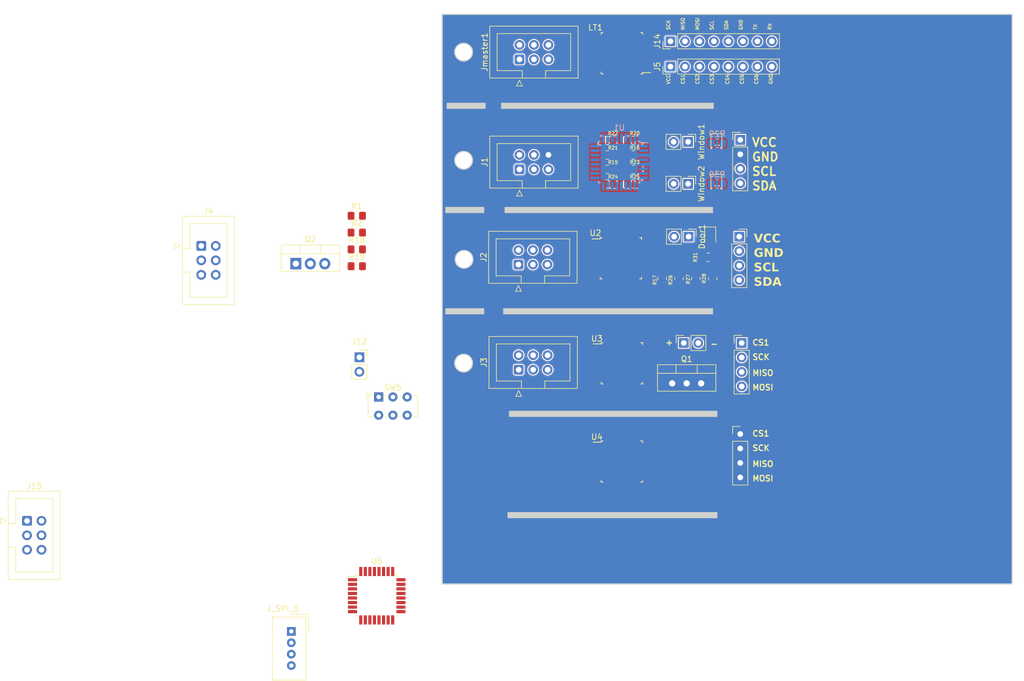
<source format=kicad_pcb>
(kicad_pcb (version 20221018) (generator pcbnew)
  (layers (0 "F.Cu" signal) (1 "In1.Cu" signal) (2 "In2.Cu" signal) (31 "B.Cu" signal) (34 "B.Paste" user) (35 "F.Paste" user) (36 "B.SilkS" user "B.Silkscreen") (37 "F.SilkS" user "F.Silkscreen") (38 "B.Mask" user) (39 "F.Mask" user) (44 "Edge.Cuts" user))
  (net 0 "")
  (net 1 "Net-(Door1-Pin_1)")
  (net 2 "U2_VCC")
  (net 3 "Net-(J1-MISO)")
  (net 4 "U1_VCC")
  (net 5 "Net-(J1-SCK)")
  (net 6 "Net-(J1-MOSI)")
  (net 7 "U1_RESET")
  (net 8 "U1_GND")
  (net 9 "Net-(J2-MISO)")
  (net 10 "Net-(J2-SCK)")
  (net 11 "Net-(J2-MOSI)")
  (net 12 "U2_RESET")
  (net 13 "U2_GND")
  (net 14 "U3_SPI_MISO")
  (net 15 "+5V")
  (net 16 "U3_SPI_SCK")
  (net 17 "U3_SPI_MOSI")
  (net 18 "U3_RESET")
  (net 19 "GND")
  (net 20 "U5_SPI_MISO")
  (net 21 "U5_SPI_SCK")
  (net 22 "U5_SPI_MOSI")
  (net 23 "U5_RESET")
  (net 24 "U4_SPI_MISO")
  (net 25 "U4_SPI_SCK")
  (net 26 "U4_SPI_MOSI")
  (net 27 "U4_RESET")
  (net 28 "LT_SPI_MISO")
  (net 29 "LT_SPI_SCK")
  (net 30 "LT_SPI_MOSI")
  (net 31 "LT_RESET")
  (net 32 "U3_CS1")
  (net 33 "U4_CS2")
  (net 34 "U5_CS3")
  (net 35 "U1_i2c_SCL")
  (net 36 "U1_i2c_SDA")
  (net 37 "U2_i2c_SCL")
  (net 38 "U2_i2c_SDA")
  (net 39 "CS2")
  (net 40 "CS3")
  (net 41 "LT_GND")
  (net 42 "LT_VCC")
  (net 45 "CS4")
  (net 46 "CS5")
  (net 47 "CS6")
  (net 59 "LT_i2c_SDA")
  (net 60 "LT_i2c_SCL")
  (net 61 "LT_UART_RX")
  (net 62 "LT_UART_TX")
  (net 63 "CS1")
  (net 64 "Net-(Window1-Pin_1)")
  (net 65 "Net-(Window2-Pin_1)")
  (net 66 "Net-(U2-PD7)")
  (net 67 "Net-(R17-Pad2)")
  (net 68 "Net-(R20-Pad1)")
  (net 69 "Net-(U1-PD7)")
  (net 70 "Net-(U1-PD6)")
  (net 71 "Net-(R23-Pad2)")
  (net 77 "Net-(U1-PB0)")
  (net 78 "Net-(U1-PB1)")
  (net 97 "Net-(door_1-A)")
  (net 120 "Net-(SW5-B)")
  (net 130 "GPIO_Lumiere")
  (net 143 "Net-(SW6-B)")
  (net 153 "GPIO_Moteur")
  (net 159 "Net-(U5-GND-Pad3)")
  (net 167 "Net-(SW7-B)")
  (net 171 "Clavier_latchPin")
  (net 172 "Clavier_clockPin")
  (net 173 "Clavier_dataPin")
  (net 174 "Net-(BZ1--)")
  (net 180 "Net-(Window_1-A)")
  (net 181 "Net-(Window_2-A)")
  (net 182 "Net-(U2-PB0)")
  (net 183 "Net-(J11-Pin_2)")
  (net 184 "U4_VCC")
  (net 185 "U3_VCC")
  (net 186 "Net-(J12-Pin_2)")
  (net 187 "Net-(Q1-G)")
  (net 188 "U4_GND")
  (net 189 "Net-(Q2-G)")
  (net 190 "U3_GND")
  (net 192 "U5_VCC")
  (net 193 "U5_GND")
  (footprint "Resistor_SMD:R_0805_2012Metric_Pad1.20x1.40mm_HandSolder" (layer "F.Cu") (at 78.79 75.996)
    (fp_text reference "R1" (at 0 -1.65) (layer "F.SilkS"))
    (fp_text value "200R")
    (pad "1" smd roundrect (at -1 0) (size 1.2 1.4) (layers "F.Cu" "F.Paste" "F.Mask") (roundrect_rratio 0.208333) (net 188 "U4_GND"))
    (pad "2" smd roundrect (at 1 0) (size 1.2 1.4) (layers "F.Cu" "F.Paste" "F.Mask") (roundrect_rratio 0.208333) (net 187 "Net-(Q1-G)"))
  )
  (footprint "Connector_PinHeader_2.54mm:PinHeader_1x02_P2.54mm_Vertical" (layer "F.Cu") (at 136.906 63.018 -90)
    (fp_text reference "Window1" (at 0 -2.33 -90) (layer "F.SilkS"))
    (fp_text value "Conn_01x02_Socket")
    (pad "1" thru_hole rect (at 0 0 270) (size 1.7 1.7) (drill 1) (layers "*.Cu" "*.Mask") (net 64 "Net-(Window1-Pin_1)"))
    (pad "2" thru_hole oval (at 0 2.54 270) (size 1.7 1.7) (drill 1) (layers "*.Cu" "*.Mask") (net 4 "U1_VCC"))
  )
  (footprint "Connector_PinHeader_2.54mm:PinHeader_1x08_P2.54mm_Vertical" (layer "F.Cu") (at 133.814 45.365 90)
    (fp_text reference "J14" (at 0 -2.33 90) (layer "F.SilkS"))
    (fp_text value "Conn_01x08_Socket" hide)
    (pad "1" thru_hole rect (at 0 0 90) (size 1.7 1.7) (drill 1) (layers "*.Cu" "*.Mask") (net 29 "LT_SPI_SCK"))
    (pad "2" thru_hole oval (at 0 2.54 90) (size 1.7 1.7) (drill 1) (layers "*.Cu" "*.Mask") (net 28 "LT_SPI_MISO"))
    (pad "3" thru_hole oval (at 0 5.08 90) (size 1.7 1.7) (drill 1) (layers "*.Cu" "*.Mask") (net 30 "LT_SPI_MOSI"))
    (pad "4" thru_hole oval (at 0 7.62 90) (size 1.7 1.7) (drill 1) (layers "*.Cu" "*.Mask") (net 60 "LT_i2c_SCL"))
    (pad "5" thru_hole oval (at 0 10.16 90) (size 1.7 1.7) (drill 1) (layers "*.Cu" "*.Mask") (net 59 "LT_i2c_SDA"))
    (pad "6" thru_hole oval (at 0 12.7 90) (size 1.7 1.7) (drill 1) (layers "*.Cu" "*.Mask") (net 41 "LT_GND"))
    (pad "7" thru_hole oval (at 0 15.24 90) (size 1.7 1.7) (drill 1) (layers "*.Cu" "*.Mask") (net 62 "LT_UART_TX"))
    (pad "8" thru_hole oval (at 0 17.78 90) (size 1.7 1.7) (drill 1) (layers "*.Cu" "*.Mask") (net 61 "LT_UART_RX"))
  )
  (footprint "Connector_IDC:IDC-Header_2x03_P2.54mm_Vertical" (layer "F.Cu") (at 107.188 103.011 90)
    (fp_text reference "J3" (at 1.27 -6.1 90) (layer "F.SilkS"))
    (fp_text value "AVR-ISP-6")
    (pad "1" thru_hole roundrect (at 0 0 90) (size 1.7 1.7) (drill 1) (layers "*.Cu" "*.Mask") (roundrect_rratio 0.147059) (net 14 "U3_SPI_MISO"))
    (pad "2" thru_hole circle (at 2.54 0 90) (size 1.7 1.7) (drill 1) (layers "*.Cu" "*.Mask") (net 15 "+5V"))
    (pad "3" thru_hole circle (at 0 2.54 90) (size 1.7 1.7) (drill 1) (layers "*.Cu" "*.Mask") (net 16 "U3_SPI_SCK"))
    (pad "4" thru_hole circle (at 2.54 2.54 90) (size 1.7 1.7) (drill 1) (layers "*.Cu" "*.Mask") (net 17 "U3_SPI_MOSI"))
    (pad "5" thru_hole circle (at 0 5.08 90) (size 1.7 1.7) (drill 1) (layers "*.Cu" "*.Mask") (net 18 "U3_RESET"))
    (pad "6" thru_hole circle (at 2.54 5.08 90) (size 1.7 1.7) (drill 1) (layers "*.Cu" "*.Mask") (net 19 "GND"))
  )
  (footprint "Connector_PinHeader_2.54mm:PinHeader_1x04_P2.54mm_Vertical" (layer "F.Cu") (at 146.052 62.664)
    (fp_text reference "J_U1" hide)
    (fp_text value "Conn_01x04_Socket")
    (pad "1" thru_hole rect (at 0 0) (size 1.7 1.7) (drill 1) (layers "*.Cu" "*.Mask") (net 4 "U1_VCC"))
    (pad "2" thru_hole oval (at 0 2.54) (size 1.7 1.7) (drill 1) (layers "*.Cu" "*.Mask") (net 8 "U1_GND"))
    (pad "3" thru_hole oval (at 0 5.08) (size 1.7 1.7) (drill 1) (layers "*.Cu" "*.Mask") (net 35 "U1_i2c_SCL"))
    (pad "4" thru_hole oval (at 0 7.62) (size 1.7 1.7) (drill 1) (layers "*.Cu" "*.Mask") (net 36 "U1_i2c_SDA"))
  )
  (footprint "LED_SMD:LED_0805_2012Metric" (layer "F.Cu") (at 141.859 63.272 -90)
    (fp_text reference "Window_2" hide)
    (fp_text value "LED")
    (pad "1" smd roundrect (at -0.9375 0 270) (size 0.975 1.4) (layers "F.Cu" "F.Paste" "F.Mask") (net 8 "U1_GND"))
    (pad "2" smd roundrect (at 0.9375 0 270) (size 0.975 1.4) (layers "F.Cu" "F.Paste" "F.Mask") (net 181 "Net-(Window_2-A)"))
  )
  (footprint "Connector_PinHeader_2.54mm:PinHeader_1x04_P2.54mm_Vertical" (layer "F.Cu") (at 146.05 114.3)
    (fp_text reference "J_SPI_4" hide)
    (fp_text value "SPI_SOCKET" hide)
    (pad "1" thru_hole rect (at 0 0) (size 1.7 1.7) (drill 1) (layers "*.Cu" "*.Mask") (net 33 "U4_CS2"))
    (pad "2" thru_hole oval (at 0 2.54) (size 1.7 1.7) (drill 1) (layers "*.Cu" "*.Mask") (net 25 "U4_SPI_SCK"))
    (pad "3" thru_hole oval (at 0 5.08) (size 1.7 1.7) (drill 1) (layers "*.Cu" "*.Mask") (net 24 "U4_SPI_MISO"))
    (pad "4" thru_hole oval (at 0 7.62) (size 1.7 1.7) (drill 1) (layers "*.Cu" "*.Mask") (net 26 "U4_SPI_MOSI"))
  )
  (footprint "Button_Switch_THT:SW_E-Switch_EG1271_SPDT" (layer "F.Cu") (at 82.63 107.798)
    (fp_text reference "SW5" (at 2.5 -1.65) (layer "F.SilkS"))
    (fp_text value "SW_SPDT")
    (pad "1" thru_hole rect (at 0 0) (size 1.6 1.6) (drill 0.8) (layers "*.Cu" "*.Mask"))
    (pad "2" thru_hole circle (at 2.5 0) (size 1.6 1.6) (drill 0.8) (layers "*.Cu" "*.Mask") (net 120 "Net-(SW5-B)"))
    (pad "3" thru_hole circle (at 5 0) (size 1.6 1.6) (drill 0.8) (layers "*.Cu" "*.Mask") (net 32 "U3_CS1"))
    (pad "4" thru_hole circle (at 0 3.2) (size 1.6 1.6) (drill 0.8) (layers "*.Cu" "*.Mask"))
    (pad "5" thru_hole circle (at 2.5 3.2) (size 1.6 1.6) (drill 0.8) (layers "*.Cu" "*.Mask"))
    (pad "6" thru_hole circle (at 5 3.2) (size 1.6 1.6) (drill 0.8) (layers "*.Cu" "*.Mask"))
  )
  (footprint "Resistor_SMD:R_0805_2012Metric_Pad1.20x1.40mm_HandSolder" (layer "F.Cu") (at 78.79 81.896)
    (fp_text reference "R18" (at 0 -1.65) (layer "F.SilkS"))
    (fp_text value "1K")
    (pad "1" smd roundrect (at -1 0) (size 1.2 1.4) (layers "F.Cu" "F.Paste" "F.Mask") (roundrect_rratio 0.208333) (net 130 "GPIO_Lumiere"))
    (pad "2" smd roundrect (at 1 0) (size 1.2 1.4) (layers "F.Cu" "F.Paste" "F.Mask") (roundrect_rratio 0.208333) (net 189 "Net-(Q2-G)"))
  )
  (footprint "Resistor_SMD:R_0805_2012Metric_Pad1.20x1.40mm_HandSolder" (layer "F.Cu") (at 140.434 83.285)
    (fp_text reference "R31" (at -2.249 0 90) (layer "F.SilkS") (effects (font (size 0.6 0.6) (thickness 0.11) bold)))
    (fp_text value "220" hide)
    (pad "1" smd roundrect (at -1 0) (size 1.2 1.4) (layers "F.Cu" "F.Paste" "F.Mask") (roundrect_rratio 0.208333) (net 182 "Net-(U2-PB0)"))
    (pad "2" smd roundrect (at 1 0) (size 1.2 1.4) (layers "F.Cu" "F.Paste" "F.Mask") (roundrect_rratio 0.208333) (net 97 "Net-(door_1-A)"))
  )
  (footprint "Connector_IDC:IDC-Header_2x03_P2.54mm_Vertical" (layer "F.Cu") (at 20.955 129.54)
    (fp_text reference "J13" (at 1.27 -6.1) (layer "F.SilkS"))
    (fp_text value "AVR-ISP-6")
    (pad "1" thru_hole roundrect (at 0 0) (size 1.7 1.7) (drill 1) (layers "*.Cu" "*.Mask") (roundrect_rratio 0.147059) (net 24 "U4_SPI_MISO"))
    (pad "2" thru_hole circle (at 2.54 0) (size 1.7 1.7) (drill 1) (layers "*.Cu" "*.Mask") (net 15 "+5V"))
    (pad "3" thru_hole circle (at 0 2.54) (size 1.7 1.7) (drill 1) (layers "*.Cu" "*.Mask") (net 25 "U4_SPI_SCK"))
    (pad "4" thru_hole circle (at 2.54 2.54) (size 1.7 1.7) (drill 1) (layers "*.Cu" "*.Mask") (net 26 "U4_SPI_MOSI"))
    (pad "5" thru_hole circle (at 0 5.08) (size 1.7 1.7) (drill 1) (layers "*.Cu" "*.Mask") (net 27 "U4_RESET"))
    (pad "6" thru_hole circle (at 2.54 5.08) (size 1.7 1.7) (drill 1) (layers "*.Cu" "*.Mask") (net 19 "GND"))
  )
  (footprint "Resistor_SMD:R_0805_2012Metric_Pad1.20x1.40mm_HandSolder" (layer "F.Cu") (at 138.259 87.005 90)
    (fp_text reference "R27" (at -0.143 -1.344 90) (layer "F.SilkS") (effects (font (size 0.6 0.6) (thickness 0.11) bold)))
    (fp_text value "220R" hide)
    (pad "1" smd roundrect (at -1 0 90) (size 1.2 1.4) (layers "F.Cu" "F.Paste" "F.Mask") (roundrect_rratio 0.208333) (net 67 "Net-(R17-Pad2)"))
    (pad "2" smd roundrect (at 1 0 90) (size 1.2 1.4) (layers "F.Cu" "F.Paste" "F.Mask") (roundrect_rratio 0.208333) (net 1 "Net-(Door1-Pin_1)"))
  )
  (footprint "Connector:NS-Tech_Grove_1x04_P2mm_Vertical" (layer "F.Cu") (at 67.31 148.94)
    (fp_text reference "J_SPI_5" (at -1.5 -4) (layer "F.SilkS"))
    (fp_text value "SPI_SOCKET")
    (pad "1" thru_hole rect (at 0 0) (size 1.524 1.524) (drill 0.762) (layers "*.Cu" "*.Mask") (net 34 "U5_CS3"))
    (pad "2" thru_hole circle (at 0 2) (size 1.524 1.524) (drill 0.762) (layers "*.Cu" "*.Mask") (net 21 "U5_SPI_SCK"))
    (pad "3" thru_hole circle (at 0 4) (size 1.524 1.524) (drill 0.762) (layers "*.Cu" "*.Mask") (net 20 "U5_SPI_MISO"))
    (pad "4" thru_hole circle (at 0 6) (size 1.524 1.524) (drill 0.762) (layers "*.Cu" "*.Mask") (net 22 "U5_SPI_MOSI"))
  )
  (footprint "Connector_IDC:IDC-Header_2x03_P2.54mm_Vertical" (layer "F.Cu") (at 107.324 48.54 90)
    (fp_text reference "Jmaster1" (at 1.27 -6.1 90) (layer "F.SilkS"))
    (fp_text value "AVR-ISP-6" hide)
    (pad "1" thru_hole roundrect (at 0 0 90) (size 1.7 1.7) (drill 1) (layers "*.Cu" "*.Mask") (roundrect_rratio 0.147059) (net 28 "LT_SPI_MISO"))
    (pad "2" thru_hole circle (at 2.54 0 90) (size 1.7 1.7) (drill 1) (layers "*.Cu" "*.Mask") (net 15 "+5V"))
    (pad "3" thru_hole circle (at 0 2.54 90) (size 1.7 1.7) (drill 1) (layers "*.Cu" "*.Mask") (net 29 "LT_SPI_SCK"))
    (pad "4" thru_hole circle (at 2.54 2.54 90) (size 1.7 1.7) (drill 1) (layers "*.Cu" "*.Mask") (net 30 "LT_SPI_MOSI"))
    (pad "5" thru_hole circle (at 0 5.08 90) (size 1.7 1.7) (drill 1) (layers "*.Cu" "*.Mask") (net 31 "LT_RESET"))
    (pad "6" thru_hole circle (at 2.54 5.08 90) (size 1.7 1.7) (drill 1) (layers "*.Cu" "*.Mask") (net 19 "GND"))
  )
  (footprint "Resistor_SMD:R_0805_2012Metric_Pad1.20x1.40mm_HandSolder" (layer "F.Cu") (at 127.279 70.406)
    (fp_text reference "R25" (at 0.27 -1.27) (layer "F.SilkS") (effects (font (size 0.6 0.6) (thickness 0.11) bold)))
    (fp_text value "220R" hide)
    (pad "1" smd roundrect (at -1 0) (size 1.2 1.4) (layers "F.Cu" "F.Paste" "F.Mask") (roundrect_rratio 0.208333) (net 71 "Net-(R23-Pad2)"))
    (pad "2" smd roundrect (at 1 0) (size 1.2 1.4) (layers "F.Cu" "F.Paste" "F.Mask") (roundrect_rratio 0.208333) (net 64 "Net-(Window1-Pin_1)"))
  )
  (footprint "Resistor_SMD:R_0805_2012Metric_Pad1.20x1.40mm_HandSolder" (layer "F.Cu") (at 135.309 87.005 90)
    (fp_text reference "R26" (at -0.27 -1.495 90) (layer "F.SilkS") (effects (font (size 0.6 0.6) (thickness 0.11) bold)))
    (fp_text value "1.5k" hide)
    (pad "1" smd roundrect (at -1 0 90) (size 1.2 1.4) (layers "F.Cu" "F.Paste" "F.Mask") (roundrect_rratio 0.208333) (net 13 "U2_GND"))
    (pad "2" smd roundrect (at 1 0 90) (size 1.2 1.4) (layers "F.Cu" "F.Paste" "F.Mask") (roundrect_rratio 0.208333) (net 67 "Net-(R17-Pad2)"))
  )
  (footprint "Connector_PinHeader_2.54mm:PinHeader_1x04_P2.54mm_Vertical" (layer "F.Cu") (at 146.304 98.324)
    (fp_text reference "J_SPI_3" hide)
    (fp_text value "SPI_SOCKET" hide)
    (pad "1" thru_hole rect (at 0 0) (size 1.7 1.7) (drill 1) (layers "*.Cu" "*.Mask") (net 32 "U3_CS1"))
    (pad "2" thru_hole oval (at 0 2.54) (size 1.7 1.7) (drill 1) (layers "*.Cu" "*.Mask") (net 16 "U3_SPI_SCK"))
    (pad "3" thru_hole oval (at 0 5.08) (size 1.7 1.7) (drill 1) (layers "*.Cu" "*.Mask") (net 14 "U3_SPI_MISO"))
    (pad "4" thru_hole oval (at 0 7.62) (size 1.7 1.7) (drill 1) (layers "*.Cu" "*.Mask") (net 17 "U3_SPI_MOSI"))
  )
  (footprint "Resistor_SMD:R_0805_2012Metric_Pad1.20x1.40mm_HandSolder" (layer "F.Cu") (at 127.279 62.786)
    (fp_text reference "R20" (at 0.27 -1.27) (layer "F.SilkS") (effects (font (size 0.6 0.6) (thickness 0.11) bold)))
    (fp_text value "220R" hide)
    (pad "1" smd roundrect (at -1 0) (size 1.2 1.4) (layers "F.Cu" "F.Paste" "F.Mask") (roundrect_rratio 0.208333) (net 68 "Net-(R20-Pad1)"))
    (pad "2" smd roundrect (at 1 0) (size 1.2 1.4) (layers "F.Cu" "F.Paste" "F.Mask") (roundrect_rratio 0.208333) (net 65 "Net-(Window2-Pin_1)"))
  )
  (footprint "Resistor_SMD:R_0805_2012Metric_Pad1.20x1.40mm_HandSolder" (layer "F.Cu") (at 122.739 70.406)
    (fp_text reference "R24" (at 1 -1.27) (layer "F.SilkS") (effects (font (size 0.6 0.6) (thickness 0.11) bold)))
    (fp_text value "1.5k" hide)
    (pad "1" smd roundrect (at -1 0) (size 1.2 1.4) (layers "F.Cu" "F.Paste" "F.Mask") (roundrect_rratio 0.208333) (net 8 "U1_GND"))
    (pad "2" smd roundrect (at 1 0) (size 1.2 1.4) (layers "F.Cu" "F.Paste" "F.Mask") (roundrect_rratio 0.208333) (net 71 "Net-(R23-Pad2)"))
  )
  (footprint "Package_QFP:TQFP-32_7x7mm_P0.8mm" (layer "F.Cu") (at 125.119 83.455)
    (fp_text reference "U2" (at -4.469 -4.435) (layer "F.SilkS"))
    (fp_text value "ATmega8A-A" hide)
    (pad "1" smd rect (at -4.25 -2.8) (size 1.6 0.55) (layers "F.Cu" "F.Paste" "F.Mask"))
    (pad "2" smd rect (at -4.25 -2) (size 1.6 0.55) (layers "F.Cu" "F.Paste" "F.Mask"))
    (pad "3" smd rect (at -4.25 -1.2) (size 1.6 0.55) (layers "F.Cu" "F.Paste" "F.Mask") (net 13 "U2_GND"))
    (pad "4" smd rect (at -4.25 -0.4) (size 1.6 0.55) (layers "F.Cu" "F.Paste" "F.Mask") (net 2 "U2_VCC"))
    (pad "5" smd rect (at -4.25 0.4) (size 1.6 0.55) (layers "F.Cu" "F.Paste" "F.Mask") (net 13 "U2_GND"))
    (pad "6" smd rect (at -4.25 1.2) (size 1.6 0.55) (layers "F.Cu" "F.Paste" "F.Mask") (net 2 "U2_VCC"))
    (pad "7" smd rect (at -4.25 2) (size 1.6 0.55) (layers "F.Cu" "F.Paste" "F.Mask"))
    (pad "8" smd rect (at -4.25 2.8) (size 1.6 0.55) (layers "F.Cu" "F.Paste" "F.Mask"))
    (pad "9" smd rect (at -2.8 4.25 90) (size 1.6 0.55) (layers "F.Cu" "F.Paste" "F.Mask"))
    (pad "10" smd rect (at -2 4.25 90) (size 1.6 0.55) (layers "F.Cu" "F.Paste" "F.Mask"))
    (pad "11" smd rect (at -1.2 4.25 90) (size 1.6 0.55) (layers "F.Cu" "F.Paste" "F.Mask") (net 66 "Net-(U2-PD7)"))
    (pad "12" smd rect (at -0.4 4.25 90) (size 1.6 0.55) (layers "F.Cu" "F.Paste" "F.Mask") (net 182 "Net-(U2-PB0)"))
    (pad "13" smd rect (at 0.4 4.25 90) (size 1.6 0.55) (layers "F.Cu" "F.Paste" "F.Mask"))
    (pad "14" smd rect (at 1.2 4.25 90) (size 1.6 0.55) (layers "F.Cu" "F.Paste" "F.Mask"))
    (pad "15" smd rect (at 2 4.25 90) (size 1.6 0.55) (layers "F.Cu" "F.Paste" "F.Mask") (net 9 "Net-(J2-MISO)"))
    (pad "16" smd rect (at 2.8 4.25 90) (size 1.6 0.55) (layers "F.Cu" "F.Paste" "F.Mask") (net 11 "Net-(J2-MOSI)"))
    (pad "17" smd rect (at 4.25 2.8) (size 1.6 0.55) (layers "F.Cu" "F.Paste" "F.Mask") (net 10 "Net-(J2-SCK)"))
    (pad "18" smd rect (at 4.25 2) (size 1.6 0.55) (layers "F.Cu" "F.Paste" "F.Mask") (net 2 "U2_VCC"))
    (pad "19" smd rect (at 4.25 1.2) (size 1.6 0.55) (layers "F.Cu" "F.Paste" "F.Mask"))
    (pad "20" smd rect (at 4.25 0.4) (size 1.6 0.55) (layers "F.Cu" "F.Paste" "F.Mask"))
    (pad "21" smd rect (at 4.25 -0.4) (size 1.6 0.55) (layers "F.Cu" "F.Paste" "F.Mask"))
    (pad "22" smd rect (at 4.25 -1.2) (size 1.6 0.55) (layers "F.Cu" "F.Paste" "F.Mask"))
    (pad "23" smd rect (at 4.25 -2) (size 1.6 0.55) (layers "F.Cu" "F.Paste" "F.Mask"))
    (pad "24" smd rect (at 4.25 -2.8) (size 1.6 0.55) (layers "F.Cu" "F.Paste" "F.Mask"))
    (pad "25" smd rect (at 2.8 -4.25 90) (size 1.6 0.55) (layers "F.Cu" "F.Paste" "F.Mask"))
    (pad "26" smd rect (at 2 -4.25 90) (size 1.6 0.55) (layers "F.Cu" "F.Paste" "F.Mask"))
    (pad "27" smd rect (at 1.2 -4.25 90) (size 1.6 0.55) (layers "F.Cu" "F.Paste" "F.Mask") (net 38 "U2_i2c_SDA"))
    (pad "28" smd rect (at 0.4 -4.25 90) (size 1.6 0.55) (layers "F.Cu" "F.Paste" "F.Mask") (net 37 "U2_i2c_SCL"))
    (pad "29" smd rect (at -0.4 -4.25 90) (size 1.6 0.55) (layers "F.Cu" "F.Paste" "F.Mask") (net 12 "U2_RESET"))
    (pad "30" smd rect (at -1.2 -4.25 90) (size 1.6 0.55) (layers "F.Cu" "F.Paste" "F.Mask"))
    (pad "31" smd rect (at -2 -4.25 90) (size 1.6 0.55) (layers "F.Cu" "F.Paste" "F.Mask"))
    (pad "32" smd rect (at -2.8 -4.25 90) (size 1.6 0.55) (layers "F.Cu" "F.Paste" "F.Mask"))
  )
  (footprint "Package_QFP:TQFP-32_7x7mm_P0.8mm" (layer "F.Cu") (at 125.29 119.132)
    (fp_text reference "U4" (at -4.386 -4.324) (layer "F.SilkS"))
    (fp_text value "ATmega8A-A")
    (pad "1" smd rect (at -4.25 -2.8) (size 1.6 0.55) (layers "F.Cu" "F.Paste" "F.Mask"))
    (pad "2" smd rect (at -4.25 -2) (size 1.6 0.55) (layers "F.Cu" "F.Paste" "F.Mask"))
    (pad "3" smd rect (at -4.25 -1.2) (size 1.6 0.55) (layers "F.Cu" "F.Paste" "F.Mask") (net 188 "U4_GND"))
    (pad "4" smd rect (at -4.25 -0.4) (size 1.6 0.55) (layers "F.Cu" "F.Paste" "F.Mask") (net 184 "U4_VCC"))
    (pad "5" smd rect (at -4.25 0.4) (size 1.6 0.55) (layers "F.Cu" "F.Paste" "F.Mask") (net 188 "U4_GND"))
    (pad "6" smd rect (at -4.25 1.2) (size 1.6 0.55) (layers "F.Cu" "F.Paste" "F.Mask") (net 184 "U4_VCC"))
    (pad "7" smd rect (at -4.25 2) (size 1.6 0.55) (layers "F.Cu" "F.Paste" "F.Mask"))
    (pad "8" smd rect (at -4.25 2.8) (size 1.6 0.55) (layers "F.Cu" "F.Paste" "F.Mask"))
    (pad "9" smd rect (at -2.8 4.25 90) (size 1.6 0.55) (layers "F.Cu" "F.Paste" "F.Mask"))
    (pad "10" smd rect (at -2 4.25 90) (size 1.6 0.55) (layers "F.Cu" "F.Paste" "F.Mask"))
    (pad "11" smd rect (at -1.2 4.25 90) (size 1.6 0.55) (layers "F.Cu" "F.Paste" "F.Mask"))
    (pad "12" smd rect (at -0.4 4.25 90) (size 1.6 0.55) (layers "F.Cu" "F.Paste" "F.Mask"))
    (pad "13" smd rect (at 0.4 4.25 90) (size 1.6 0.55) (layers "F.Cu" "F.Paste" "F.Mask"))
    (pad "14" smd rect (at 1.2 4.25 90) (size 1.6 0.55) (layers "F.Cu" "F.Paste" "F.Mask") (net 143 "Net-(SW6-B)"))
    (pad "15" smd rect (at 2 4.25 90) (size 1.6 0.55) (layers "F.Cu" "F.Paste" "F.Mask") (net 26 "U4_SPI_MOSI"))
    (pad "16" smd rect (at 2.8 4.25 90) (size 1.6 0.55) (layers "F.Cu" "F.Paste" "F.Mask") (net 24 "U4_SPI_MISO"))
    (pad "17" smd rect (at 4.25 2.8) (size 1.6 0.55) (layers "F.Cu" "F.Paste" "F.Mask") (net 25 "U4_SPI_SCK"))
    (pad "18" smd rect (at 4.25 2) (size 1.6 0.55) (layers "F.Cu" "F.Paste" "F.Mask") (net 184 "U4_VCC"))
    (pad "19" smd rect (at 4.25 1.2) (size 1.6 0.55) (layers "F.Cu" "F.Paste" "F.Mask"))
    (pad "20" smd rect (at 4.25 0.4) (size 1.6 0.55) (layers "F.Cu" "F.Paste" "F.Mask"))
    (pad "21" smd rect (at 4.25 -0.4) (size 1.6 0.55) (layers "F.Cu" "F.Paste" "F.Mask"))
    (pad "22" smd rect (at 4.25 -1.2) (size 1.6 0.55) (layers "F.Cu" "F.Paste" "F.Mask"))
    (pad "23" smd rect (at 4.25 -2) (size 1.6 0.55) (layers "F.Cu" "F.Paste" "F.Mask"))
    (pad "24" smd rect (at 4.25 -2.8) (size 1.6 0.55) (layers "F.Cu" "F.Paste" "F.Mask"))
    (pad "25" smd rect (at 2.8 -4.25 90) (size 1.6 0.55) (layers "F.Cu" "F.Paste" "F.Mask"))
    (pad "26" smd rect (at 2 -4.25 90) (size 1.6 0.55) (layers "F.Cu" "F.Paste" "F.Mask"))
    (pad "27" smd rect (at 1.2 -4.25 90) (size 1.6 0.55) (layers "F.Cu" "F.Paste" "F.Mask"))
    (pad "28" smd rect (at 0.4 -4.25 90) (size 1.6 0.55) (layers "F.Cu" "F.Paste" "F.Mask") (net 153 "GPIO_Moteur"))
    (pad "29" smd rect (at -0.4 -4.25 90) (size 1.6 0.55) (layers "F.Cu" "F.Paste" "F.Mask") (net 27 "U4_RESET"))
    (pad "30" smd rect (at -1.2 -4.25 90) (size 1.6 0.55) (layers "F.Cu" "F.Paste" "F.Mask"))
    (pad "31" smd rect (at -2 -4.25 90) (size 1.6 0.55) (layers "F.Cu" "F.Paste" "F.Mask"))
    (pad "32" smd rect (at -2.8 -4.25 90) (size 1.6 0.55) (layers "F.Cu" "F.Paste" "F.Mask"))
  )
  (footprint "Package_TO_SOT_THT:TO-220-3_Vertical" (layer "F.Cu") (at 134.112 105.41)
    (fp_text reference "Q1" (at 2.54 -4.27) (layer "F.SilkS"))
    (fp_text value "NMOS")
    (pad "1" thru_hole rect (at 0 0) (size 1.905 2) (drill 1.1) (layers "*.Cu" "*.Mask") (net 183 "Net-(J11-Pin_2)"))
    (pad "2" thru_hole oval (at 2.54 0) (size 1.905 2) (drill 1.1) (layers "*.Cu" "*.Mask") (net 187 "Net-(Q1-G)"))
    (pad "3" thru_hole oval (at 5.08 0) (size 1.905 2) (drill 1.1) (layers "*.Cu" "*.Mask") (net 188 "U4_GND"))
  )
  (footprint "Resistor_SMD:R_0805_2012Metric_Pad1.20x1.40mm_HandSolder" (layer "F.Cu") (at 122.739 62.786)
    (fp_text reference "R22" (at 1 -1.27) (layer "F.SilkS") (effects (font (size 0.6 0.6) (thickness 0.11))))
    (fp_text value "80k" hide)
    (pad "1" smd roundrect (at -1 0) (size 1.2 1.4) (layers "F.Cu" "F.Paste" "F.Mask") (roundrect_rratio 0.208333) (net 69 "Net-(U1-PD7)"))
    (pad "2" smd roundrect (at 1 0) (size 1.2 1.4) (layers "F.Cu" "F.Paste" "F.Mask") (roundrect_rratio 0.208333) (net 68 "Net-(R20-Pad1)"))
  )
  (footprint "Resistor_SMD:R_0805_2012Metric_Pad1.20x1.40mm_HandSolder" (layer "F.Cu") (at 127.279 65.326 180)
    (fp_text reference "R16" (at -0.27 1.27) (layer "F.SilkS") (effects (font (size 0.6 0.6) (thickness 0.11) bold)))
    (fp_text value "10K" hide)
    (pad "1" smd roundrect (at -1 0 180) (size 1.2 1.4) (layers "F.Cu" "F.Paste" "F.Mask") (roundrect_rratio 0.208333) (net 8 "U1_GND"))
    (pad "2" smd roundrect (at 1 0 180) (size 1.2 1.4) (layers "F.Cu" "F.Paste" "F.Mask") (roundrect_rratio 0.208333) (net 65 "Net-(Window2-Pin_1)"))
  )
  (footprint "Connector_IDC:IDC-Header_2x03_P2.54mm_Vertical" (layer "F.Cu") (at 107.144 84.555 90)
    (fp_text reference "J2" (at 1.27 -6.1 90) (layer "F.SilkS"))
    (fp_text value "AVR-ISP-6" hide)
    (pad "1" thru_hole roundrect (at 0 0 90) (size 1.7 1.7) (drill 1) (layers "*.Cu" "*.Mask") (roundrect_rratio 0.147059) (net 9 "Net-(J2-MISO)"))
    (pad "2" thru_hole circle (at 2.54 0 90) (size 1.7 1.7) (drill 1) (layers "*.Cu" "*.Mask") (net 2 "U2_VCC"))
    (pad "3" thru_hole circle (at 0 2.54 90) (size 1.7 1.7) (drill 1) (layers "*.Cu" "*.Mask") (net 10 "Net-(J2-SCK)"))
    (pad "4" thru_hole circle (at 2.54 2.54 90) (size 1.7 1.7) (drill 1) (layers "*.Cu" "*.Mask") (net 11 "Net-(J2-MOSI)"))
    (pad "5" thru_hole circle (at 0 5.08 90) (size 1.7 1.7) (drill 1) (layers "*.Cu" "*.Mask") (net 12 "U2_RESET"))
    (pad "6" thru_hole circle (at 2.54 5.08 90) (size 1.7 1.7) (drill 1) (layers "*.Cu" "*.Mask") (net 13 "U2_GND"))
  )
  (footprint "Connector_IDC:IDC-Header_2x03_P2.54mm_Vertical" (layer "F.Cu") (at 107.324 67.844 90)
    (fp_text reference "J1" (at 1.27 -6.1 90) (layer "F.SilkS"))
    (fp_text value "AVR-ISP-6" hide)
    (pad "1" thru_hole roundrect (at 0 0 90) (size 1.7 1.7) (drill 1) (layers "*.Cu" "*.Mask") (roundrect_rratio 0.147059) (net 3 "Net-(J1-MISO)"))
    (pad "2" thru_hole circle (at 2.54 0 90) (size 1.7 1.7) (drill 1) (layers "*.Cu" "*.Mask") (net 4 "U1_VCC"))
    (pad "3" thru_hole circle (at 0 2.54 90) (size 1.7 1.7) (drill 1) (layers "*.Cu" "*.Mask") (net 5 "Net-(J1-SCK)"))
    (pad "4" thru_hole circle (at 2.54 2.54 90) (size 1.7 1.7) (drill 1) (layers "*.Cu" "*.Mask") (net 6 "Net-(J1-MOSI)"))
    (pad "5" thru_hole circle (at 0 5.08 90) (size 1.7 1.7) (drill 1) (layers "*.Cu" "*.Mask") (net 7 "U1_RESET"))
    (pad "6" thru_hole circle (at 2.54 5.08 90) (size 1.7 1.7) (drill 1) (layers "*.Cu" "*.Mask") (net 8 "U1_GND"))
  )
  (footprint "Package_QFP:TQFP-32_7x7mm_P0.8mm" (layer "F.Cu") (at 125.299 47.465 180)
    (fp_text reference "LT1" (at 4.649 4.513) (layer "F.SilkS"))
    (fp_text value "ATmega8A-A" hide)
    (pad "1" smd rect (at -4.25 -2.8 180) (size 1.6 0.55) (layers "F.Cu" "F.Paste" "F.Mask") (net 39 "CS2"))
    (pad "2" smd rect (at -4.25 -2 180) (size 1.6 0.55) (layers "F.Cu" "F.Paste" "F.Mask") (net 40 "CS3"))
    (pad "3" smd rect (at -4.25 -1.2 180) (size 1.6 0.55) (layers "F.Cu" "F.Paste" "F.Mask") (net 41 "LT_GND"))
    (pad "4" smd rect (at -4.25 -0.4 180) (size 1.6 0.55) (layers "F.Cu" "F.Paste" "F.Mask") (net 42 "LT_VCC"))
    (pad "5" smd rect (at -4.25 0.4 180) (size 1.6 0.55) (layers "F.Cu" "F.Paste" "F.Mask") (net 41 "LT_GND"))
    (pad "6" smd rect (at -4.25 1.2 180) (size 1.6 0.55) (layers "F.Cu" "F.Paste" "F.Mask") (net 42 "LT_VCC"))
    (pad "7" smd rect (at -4.25 2 180) (size 1.6 0.55) (layers "F.Cu" "F.Paste" "F.Mask"))
    (pad "8" smd rect (at -4.25 2.8 180) (size 1.6 0.55) (layers "F.Cu" "F.Paste" "F.Mask"))
    (pad "9" smd rect (at -2.8 4.25 270) (size 1.6 0.55) (layers "F.Cu" "F.Paste" "F.Mask") (net 45 "CS4"))
    (pad "10" smd rect (at -2 4.25 270) (size 1.6 0.55) (layers "F.Cu" "F.Paste" "F.Mask") (net 46 "CS5"))
    (pad "11" smd rect (at -1.2 4.25 270) (size 1.6 0.55) (layers "F.Cu" "F.Paste" "F.Mask") (net 47 "CS6"))
    (pad "12" smd rect (at -0.4 4.25 270) (size 1.6 0.55) (layers "F.Cu" "F.Paste" "F.Mask"))
    (pad "13" smd rect (at 0.4 4.25 270) (size 1.6 0.55) (layers "F.Cu" "F.Paste" "F.Mask"))
    (pad "14" smd rect (at 1.2 4.25 270) (size 1.6 0.55) (layers "F.Cu" "F.Paste" "F.Mask"))
    (pad "15" smd rect (at 2 4.25 270) (size 1.6 0.55) (layers "F.Cu" "F.Paste" "F.Mask") (net 30 "LT_SPI_MOSI"))
    (pad "16" smd rect (at 2.8 4.25 270) (size 1.6 0.55) (layers "F.Cu" "F.Paste" "F.Mask") (net 28 "LT_SPI_MISO"))
    (pad "17" smd rect (at 4.25 2.8 180) (size 1.6 0.55) (layers "F.Cu" "F.Paste" "F.Mask") (net 29 "LT_SPI_SCK"))
    (pad "18" smd rect (at 4.25 2 180) (size 1.6 0.55) (layers "F.Cu" "F.Paste" "F.Mask") (net 42 "LT_VCC"))
    (pad "19" smd rect (at 4.25 1.2 180) (size 1.6 0.55) (layers "F.Cu" "F.Paste" "F.Mask"))
    (pad "20" smd rect (at 4.25 0.4 180) (size 1.6 0.55) (layers "F.Cu" "F.Paste" "F.Mask"))
    (pad "21" smd rect (at 4.25 -0.4 180) (size 1.6 0.55) (layers "F.Cu" "F.Paste" "F.Mask"))
    (pad "22" smd rect (at 4.25 -1.2 180) (size 1.6 0.55) (layers "F.Cu" "F.Paste" "F.Mask"))
    (pad "23" smd rect (at 4.25 -2 180) (size 1.6 0.55) (layers "F.Cu" "F.Paste" "F.Mask"))
    (pad "24" smd rect (at 4.25 -2.8 180) (size 1.6 0.55) (layers "F.Cu" "F.Paste" "F.Mask"))
    (pad "25" smd rect (at 2.8 -4.25 270) (size 1.6 0.55) (layers "F.Cu" "F.Paste" "F.Mask"))
    (pad "26" smd rect (at 2 -4.25 270) (size 1.6 0.55) (layers "F.Cu" "F.Paste" "F.Mask"))
    (pad "27" smd rect (at 1.2 -4.25 270) (size 1.6 0.55) (layers "F.Cu" "F.Paste" "F.Mask") (net 59 "LT_i2c_SDA"))
    (pad "28" smd rect (at 0.4 -4.25 270) (size 1.6 0.55) (layers "F.Cu" "F.Paste" "F.Mask") (net 60 "LT_i2c_SCL"))
    (pad "29" smd rect (at -0.4 -4.25 270) (size 1.6 0.55) (layers "F.Cu" "F.Paste" "F.Mask") (net 31 "LT_RESET"))
    (pad "30" smd rect (at -1.2 -4.25 270) (size 1.6 0.55) (layers "F.Cu" "F.Paste" "F.Mask") (net 61 "LT_UART_RX"))
    (pad "31" smd rect (at -2 -4.25 270) (size 1.6 0.55) (layers "F.Cu" "F.Paste" "F.Mask") (net 62 "LT_UART_TX"))
    (pad "32" smd rect (at -2.8 -4.25 270) (size 1.6 0.55) (layers "F.Cu" "F.Paste" "F.Mask") (net 63 "CS1"))
  )
  (footprint "Connector_PinSocket_2.54mm:PinSocket_1x02_P2.54mm_Vertical" (layer "F.Cu") (at 79.248 100.838)
    (fp_text reference "J12" (at 0 -2.77) (layer "F.SilkS"))
    (fp_text value "Conn_01x02_Socket")
    (pad "1" thru_hole rect (at 0 0) (size 1.7 1.7) (drill 1) (layers "*.Cu" "*.Mask") (net 185 "U3_VCC"))
    (pad "2" thru_hole oval (at 0 2.54) (size 1.7 1.7) (drill 1) (layers "*.Cu" "*.Mask") (net 186 "Net-(J12-Pin_2)"))
  )
  (footprint "Resistor_SMD:R_0805_2012Metric_Pad1.20x1.40mm_HandSolder" (layer "F.Cu") (at 78.79 78.946)
    (fp_text reference "R2" (at 0 -1.65) (layer "F.SilkS"))
    (fp_text value "1K")
    (pad "1" smd roundrect (at -1 0) (size 1.2 1.4) (layers "F.Cu" "F.Paste" "F.Mask") (roundrect_rratio 0.208333) (net 153 "GPIO_Moteur"))
    (pad "2" smd roundrect (at 1 0) (size 1.2 1.4) (layers "F.Cu" "F.Paste" "F.Mask") (roundrect_rratio 0.208333) (net 187 "Net-(Q1-G)"))
  )
  (footprint "Connector_IDC:IDC-Header_2x03_P2.54mm_Vertical" (layer "F.Cu") (at 51.515 81.28)
    (fp_text reference "J4" (at 1.27 -6.1) (layer "F.SilkS"))
    (fp_text value "AVR-ISP-6")
    (pad "1" thru_hole roundrect (at 0 0) (size 1.7 1.7) (drill 1) (layers "*.Cu" "*.Mask") (roundrect_rratio 0.147059) (net 20 "U5_SPI_MISO"))
    (pad "2" thru_hole circle (at 2.54 0) (size 1.7 1.7) (drill 1) (layers "*.Cu" "*.Mask") (net 15 "+5V"))
    (pad "3" thru_hole circle (at 0 2.54) (size 1.7 1.7) (drill 1) (layers "*.Cu" "*.Mask") (net 21 "U5_SPI_SCK"))
    (pad "4" thru_hole circle (at 2.54 2.54) (size 1.7 1.7) (drill 1) (layers "*.Cu" "*.Mask") (net 22 "U5_SPI_MOSI"))
    (pad "5" thru_hole circle (at 0 5.08) (size 1.7 1.7) (drill 1) (layers "*.Cu" "*.Mask") (net 23 "U5_RESET"))
    (pad "6" thru_hole circle (at 2.54 5.08) (size 1.7 1.7) (drill 1) (layers "*.Cu" "*.Mask") (net 19 "GND"))
  )
  (footprint "Connector_PinSocket_2.54mm:PinSocket_1x04_P2.54mm_Vertical" (layer "F.Cu") (at 145.879 79.655)
    (fp_text reference "J_U2" hide)
    (fp_text value "Conn_01x04_Socket" hide)
    (pad "1" thru_hole rect (at 0 0) (size 1.7 1.7) (drill 1) (layers "*.Cu" "*.Mask") (net 2 "U2_VCC"))
    (pad "2" thru_hole oval (at 0 2.54) (size 1.7 1.7) (drill 1) (layers "*.Cu" "*.Mask") (net 13 "U2_GND"))
    (pad "3" thru_hole oval (at 0 5.08) (size 1.7 1.7) (drill 1) (layers "*.Cu" "*.Mask") (net 37 "U2_i2c_SCL"))
    (pad "4" thru_hole oval (at 0 7.62) (size 1.7 1.7) (drill 1) (layers "*.Cu" "*.Mask") (net 38 "U2_i2c_SDA"))
  )
  (footprint "Package_QFP:TQFP-32_7x7mm_P0.8mm" (layer "F.Cu") (at 125.299 101.886)
    (fp_text reference "U3" (at -4.395 -4.324) (layer "F.SilkS"))
    (fp_text value "ATmega8A-A")
    (pad "1" smd rect (at -4.25 -2.8) (size 1.6 0.55) (layers "F.Cu" "F.Paste" "F.Mask"))
    (pad "2" smd rect (at -4.25 -2) (size 1.6 0.55) (layers "F.Cu" "F.Paste" "F.Mask"))
    (pad "3" smd rect (at -4.25 -1.2) (size 1.6 0.55) (layers "F.Cu" "F.Paste" "F.Mask") (net 190 "U3_GND"))
    (pad "4" smd rect (at -4.25 -0.4) (size 1.6 0.55) (layers "F.Cu" "F.Paste" "F.Mask") (net 185 "U3_VCC"))
    (pad "5" smd rect (at -4.25 0.4) (size 1.6 0.55) (layers "F.Cu" "F.Paste" "F.Mask") (net 190 "U3_GND"))
    (pad "6" smd rect (at -4.25 1.2) (size 1.6 0.55) (layers "F.Cu" "F.Paste" "F.Mask") (net 185 "U3_VCC"))
    (pad "7" smd rect (at -4.25 2) (size 1.6 0.55) (layers "F.Cu" "F.Paste" "F.Mask"))
    (pad "8" smd rect (at -4.25 2.8) (size 1.6 0.55) (layers "F.Cu" "F.Paste" "F.Mask"))
    (pad "9" smd rect (at -2.8 4.25 90) (size 1.6 0.55) (layers "F.Cu" "F.Paste" "F.Mask"))
    (pad "10" smd rect (at -2 4.25 90) (size 1.6 0.55) (layers "F.Cu" "F.Paste" "F.Mask"))
    (pad "11" smd rect (at -1.2 4.25 90) (size 1.6 0.55) (layers "F.Cu" "F.Paste" "F.Mask"))
    (pad "12" smd rect (at -0.4 4.25 90) (size 1.6 0.55) (layers "F.Cu" "F.Paste" "F.Mask"))
    (pad "13" smd rect (at 0.4 4.25 90) (size 1.6 0.55) (layers "F.Cu" "F.Paste" "F.Mask"))
    (pad "14" smd rect (at 1.2 4.25 90) (size 1.6 0.55) (layers "F.Cu" "F.Paste" "F.Mask") (net 120 "Net-(SW5-B)"))
    (pad "15" smd rect (at 2 4.25 90) (size 1.6 0.55) (layers "F.Cu" "F.Paste" "F.Mask") (net 17 "U3_SPI_MOSI"))
    (pad "16" smd rect (at 2.8 4.25 90) (size 1.6 0.55) (layers "F.Cu" "F.Paste" "F.Mask") (net 14 "U3_SPI_MISO"))
    (pad "17" smd rect (at 4.25 2.8) (size 1.6 0.55) (layers "F.Cu" "F.Paste" "F.Mask") (net 16 "U3_SPI_SCK"))
    (pad "18" smd rect (at 4.25 2) (size 1.6 0.55) (layers "F.Cu" "F.Paste" "F.Mask") (net 185 "U3_VCC"))
    (pad "19" smd rect (at 4.25 1.2) (size 1.6 0.55) (layers "F.Cu" "F.Paste" "F.Mask"))
    (pad "20" smd rect (at 4.25 0.4) (size 1.6 0.55) (layers "F.Cu" "F.Paste" "F.Mask"))
    (pad "21" smd rect (at 4.25 -0.4) (size 1.6 0.55) (layers "F.Cu" "F.Paste" "F.Mask"))
    (pad "22" smd rect (at 4.25 -1.2) (size 1.6 0.55) (layers "F.Cu" "F.Paste" "F.Mask"))
    (pad "23" smd rect (at 4.25 -2) (size 1.6 0.55) (layers "F.Cu" "F.Paste" "F.Mask"))
    (pad "24" smd rect (at 4.25 -2.8) (size 1.6 0.55) (layers "F.Cu" "F.Paste" "F.Mask"))
    (pad "25" smd rect (at 2.8 -4.25 90) (size 1.6 0.55) (layers "F.Cu" "F.Paste" "F.Mask"))
    (pad "26" smd rect (at 2 -4.25 90) (size 1.6 0.55) (layers "F.Cu" "F.Paste" "F.Mask"))
    (pad "27" smd rect (at 1.2 -4.25 90) (size 1.6 0.55) (layers "F.Cu" "F.Paste" "F.Mask"))
    (pad "28" smd rect (at 0.4 -4.25 90) (size 1.6 0.55) (layers "F.Cu" "F.Paste" "F.Mask") (net 130 "GPIO_Lumiere"))
    (pad "29" smd rect (at -0.4 -4.25 90) (size 1.6 0.55) (layers "F.Cu" "F.Paste" "F.Mask") (net 18 "U3_RESET"))
    (pad "30" smd rect (at -1.2 -4.25 90) (size 1.6 0.55) (layers "F.Cu" "F.Paste" "F.Mask"))
    (pad "31" smd rect (at -2 -4.25 90) (size 1.6 0.55) (layers "F.Cu" "F.Paste" "F.Mask"))
    (pad "32" smd rect (at -2.8 -4.25 90) (size 1.6 0.55) (layers "F.Cu" "F.Paste" "F.Mask"))
  )
  (footprint "LED_SMD:LED_0805_2012Metric" (layer "F.Cu") (at 140.799 79.655 -90)
    (fp_text reference "door_1" hide)
    (fp_text value "LED" hide)
    (pad "1" smd roundrect (at -0.9375 0 270) (size 0.975 1.4) (layers "F.Cu" "F.Paste" "F.Mask") (net 13 "U2_GND"))
    (pad "2" smd roundrect (at 0.9375 0 270) (size 0.975 1.4) (layers "F.Cu" "F.Paste" "F.Mask") (net 97 "Net-(door_1-A)"))
  )
  (footprint "Resistor_SMD:R_0805_2012Metric_Pad1.20x1.40mm_HandSolder" (layer "F.Cu") (at 78.79 84.846)
    (fp_text reference "R19" (at 0 -1.65) (layer "F.SilkS"))
    (fp_text value "200R")
    (pad "1" smd roundrect (at -1 0) (size 1.2 1.4) (layers "F.Cu" "F.Paste" "F.Mask") (roundrect_rratio 0.208333) (net 190 "U3_GND"))
    (pad "2" smd roundrect (at 1 0) (size 1.2 1.4) (layers "F.Cu" "F.Paste" "F.Mask") (roundrect_rratio 0.208333) (net 189 "Net-(Q2-G)"))
  )
  (footprint "LED_SMD:LED_0805_2012Metric" (layer "F.Cu") (at 141.859 70.384 -90)
    (fp_text reference "Window_1" hide)
    (fp_text value "LED")
    (pad "1" smd roundrect (at -0.9375 0 270) (size 0.975 1.4) (layers "F.Cu" "F.Paste" "F.Mask") (net 8 "U1_GND"))
    (pad "2" smd roundrect (at 0.9375 0 270) (size 0.975 1.4) (layers "F.Cu" "F.Paste" "F.Mask") (net 180 "Net-(Window_1-A)"))
  )
  (footprint "Connector_PinSocket_2.54mm:PinSocket_1x02_P2.54mm_Vertical" (layer "F.Cu") (at 136.144 98.324 90)
    (fp_text reference "J11" hide)
    (fp_text value "Conn_01x02_Socket" hide)
    (pad "1" thru_hole rect (at 0 0 90) (size 1.7 1.7) (drill 1) (layers "*.Cu" "*.Mask") (net 184 "U4_VCC"))
    (pad "2" thru_hole oval (at 0 2.54 90) (size 1.7 1.7) (drill 1) (layers "*.Cu" "*.Mask") (net 183 "Net-(J11-Pin_2)"))
  )
  (footprint "Resistor_SMD:R_0805_2012Metric_Pad1.20x1.40mm_HandSolder" (layer "F.Cu") (at 122.739 65.326)
    (fp_text reference "R21" (at 1 -1.27 180) (layer "F.SilkS") (effects (font (size 0.6 0.6) (thickness 0.11) bold)))
    (fp_text value "1.5k" hide)
    (pad "1" smd roundrect (at -1 0) (size 1.2 1.4) (layers "F.Cu" "F.Paste" "F.Mask") (roundrect_rratio 0.208333) (net 8 "U1_GND"))
    (pad "2" smd roundrect (at 1 0) (size 1.2 1.4) (layers "F.Cu" "F.Paste" "F.Mask") (roundrect_rratio 0.208333) (net 68 "Net-(R20-Pad1)"))
  )
  (footprint "Connector_PinHeader_2.54mm:PinHeader_1x02_P2.54mm_Vertical" (layer "F.Cu") (at 136.906 70.384 -90)
    (fp_text reference "Window2" (at 0 -2.33 -90) (layer "F.SilkS"))
    (fp_text value "Conn_01x02_Socket")
    (pad "1" thru_hole rect (at 0 0 270) (size 1.7 1.7) (drill 1) (layers "*.Cu" "*.Mask") (net 65 "Net-(Window2-Pin_1)"))
    (pad "2" thru_hole oval (at 0 2.54 270) (size 1.7 1.7) (drill 1) (layers "*.Cu" "*.Mask") (net 4 "U1_VCC"))
  )
  (footprint "Package_TO_SOT_THT:TO-220-3_Vertical" (layer "F.Cu") (at 68.1 84.406)
    (fp_text reference "Q2" (at 2.54 -4.27) (layer "F.SilkS"))
    (fp_text value "NMOS")
    (pad "1" thru_hole rect (at 0 0) (size 1.905 2) (drill 1.1) (layers "*.Cu" "*.Mask") (net 186 "Net-(J12-Pin_2)"))
    (pad "2" thru_hole oval (at 2.54 0) (size 1.905 2) (drill 1.1) (layers "*.Cu" "*.Mask") (net 189 "Net-(Q2-G)"))
    (pad "3" thru_hole oval (at 5.08 0) (size 1.905 2) (drill 1.1) (layers "*.Cu" "*.Mask") (net 190 "U3_GND"))
  )
  (footprint "Resistor_SMD:R_0805_2012Metric_Pad1.20x1.40mm_HandSolder" (layer "F.Cu") (at 127.279 67.866)
    (fp_text reference "R23" (at 0.27 -1.27) (layer "F.SilkS") (effects (font (size 0.6 0.6) (thickness 0.11) bold)))
    (fp_text value "80k" hide)
    (pad "1" smd roundrect (at -1 0) (size 1.2 1.4) (layers "F.Cu" "F.Paste" "F.Mask") (roundrect_rratio 0.208333) (net 70 "Net-(U1-PD6)"))
    (pad "2" smd roundrect (at 1 0) (size 1.2 1.4) (layers "F.Cu" "F.Paste" "F.Mask") (roundrect_rratio 0.208333) (net 71 "Net-(R23-Pad2)"))
  )
  (footprint "Connector_PinHeader_2.54mm:PinHeader_1x08_P2.54mm_Vertical" (layer "F.Cu") (at 133.814 49.81 90)
    (fp_text reference "J5" (at 0 -2.33 90) (layer "F.SilkS"))
    (fp_text value "Conn_01x08_Socket" hide)
    (pad "1" thru_hole rect (at 0 0 90) (size 1.7 1.7) (drill 1) (layers "*.Cu" "*.Mask") (net 42 "LT_VCC"))
    (pad "2" thru_hole oval (at 0 2.54 90) (size 1.7 1.7) (drill 1) (layers "*.Cu" "*.Mask") (net 63 "CS1"))
    (pad "3" thru_hole oval (at 0 5.08 90) (size 1.7 1.7) (drill 1) (layers "*.Cu" "*.Mask") (net 39 "CS2"))
    (pad "4" thru_hole oval (at 0 7.62 90) (size 1.7 1.7) (drill 1) (layers "*.Cu" "*.Mask") (net 40 "CS3"))
    (pad "5" thru_hole oval (at 0 10.16 90) (size 1.7 1.7) (drill 1) (layers "*.Cu" "*.Mask") (net 45 "CS4"))
    (pad "6" thru_hole oval (at 0 12.7 90) (size 1.7 1.7) (drill 1) (layers "*.Cu" "*.Mask") (net 46 "CS5"))
    (pad "7" thru_hole oval (at 0 15.24 90) (size 1.7 1.7) (drill 1) (layers "*.Cu" "*.Mask") (net 47 "CS6"))
    (pad "8" thru_hole oval (at 0 17.78 90) (size 1.7 1.7) (drill 1) (layers "*.Cu" "*.Mask") (net 41 "LT_GND"))
  )
  (footprint "Resistor_SMD:R_0805_2012Metric_Pad1.20x1.40mm_HandSolder" (layer "F.Cu") (at 122.739 67.866 180)
    (fp_text reference "R15" (at -1 1.27) (layer "F.SilkS") (effects (font (size 0.6 0.6) (thickness 0.11) bold)))
    (fp_text value "10K" hide)
    (pad "1" smd roundrect (at -1 0 180) (size 1.2 1.4) (layers "F.Cu" "F.Paste" "F.Mask") (roundrect_rratio 0.208333) (net 64 "Net-(Window1-Pin_1)"))
    (pad "2" smd roundrect (at 1 0 180) (size 1.2 1.4) (layers "F.Cu" "F.Paste" "F.Mask") (roundrect_rratio 0.208333) (net 8 "U1_GND"))
  )
  (footprint "Resistor_SMD:R_0805_2012Metric_Pad1.20x1.40mm_HandSolder" (layer "F.Cu") (at 132.359 87.005 90)
    (fp_text reference "R17" (at -0.27 -1.286 90) (layer "F.SilkS") (effects (font (size 0.6 0.6) (thickness 0.11))))
    (fp_text value "80k" hide)
    (pad "1" smd roundrect (at -1 0 90) (size 1.2 1.4) (layers "F.Cu" "F.Paste" "F.Mask") (roundrect_rratio 0.208333) (net 66 "Net-(U2-PD7)"))
    (pad "2" smd roundrect (at 1 0 90) (size 1.2 1.4) (layers "F.Cu" "F.Paste" "F.Mask") (roundrect_rratio 0.208333) (net 67 "Net-(R17-Pad2)"))
  )
  (footprint "Package_QFP:TQFP-32_7x7mm_P0.8mm" (layer "F.Cu") (at 82.29 142.68)
    (fp_text reference "U5" (at 0 -6.05) (layer "F.SilkS"))
    (fp_text value "ATmega8A-A")
    (pad "1" smd rect (at -4.25 -2.8) (size 1.6 0.55) (layers "F.Cu" "F.Paste" "F.Mask"))
    (pad "2" smd rect (at -4.25 -2) (size 1.6 0.55) (layers "F.Cu" "F.Paste" "F.Mask"))
    (pad "3" smd rect (at -4.25 -1.2) (size 1.6 0.55) (layers "F.Cu" "F.Paste" "F.Mask") (net 159 "Net-(U5-GND-Pad3)"))
    (pad "4" smd rect (at -4.25 -0.4) (size 1.6 0.55) (layers "F.Cu" "F.Paste" "F.Mask") (net 192 "U5_VCC"))
    (pad "5" smd rect (at -4.25 0.4) (size 1.6 0.55) (layers "F.Cu" "F.Paste" "F.Mask") (net 159 "Net-(U5-GND-Pad3)"))
    (pad "6" smd rect (at -4.25 1.2) (size 1.6 0.55) (layers "F.Cu" "F.Paste" "F.Mask") (net 192 "U5_VCC"))
    (pad "7" smd rect (at -4.25 2) (size 1.6 0.55) (layers "F.Cu" "F.Paste" "F.Mask"))
    (pad "8" smd rect (at -4.25 2.8) (size 1.6 0.55) (layers "F.Cu" "F.Paste" "F.Mask"))
    (pad "9" smd rect (at -2.8 4.25 90) (size 1.6 0.55) (layers "F.Cu" "F.Paste" "F.Mask"))
    (pad "10" smd rect (at -2 4.25 90) (size 1.6 0.55) (layers "F.Cu" "F.Paste" "F.Mask"))
    (pad "11" smd rect (at -1.2 4.25 90) (size 1.6 0.55) (layers "F.Cu" "F.Paste" "F.Mask"))
    (pad "12" smd rect (at -0.4 4.25 90) (size 1.6 0.55) (layers "F.Cu" "F.Paste" "F.Mask"))
    (pad "13" smd rect (at 0.4 4.25 90) (size 1.6 0.55) (layers "F.Cu" "F.Paste" "F.Mask"))
    (pad "14" smd rect (at 1.2 4.25 90) (size 1.6 0.55) (layers "F.Cu" "F.Paste" "F.Mask") (net 167 "Net-(SW7-B)"))
    (pad "15" smd rect (at 2 4.25 90) (size 1.6 0.55) (layers "F.Cu" "F.Paste" "F.Mask") (net 22 "U5_SPI_MOSI"))
    (pad "16" smd rect (at 2.8 4.25 90) (size 1.6 0.55) (layers "F.Cu" "F.Paste" "F.Mask") (net 20 "U5_SPI_MISO"))
    (pad "17" smd rect (at 4.25 2.8) (size 1.6 0.55) (layers "F.Cu" "F.Paste" "F.Mask") (net 21 "U5_SPI_SCK"))
    (pad "18" smd rect (at 4.25 2) (size 1.6 0.55) (layers "F.Cu" "F.Paste" "F.Mask") (net 192 "U5_VCC"))
    (pad "19" smd rect (at 4.25 1.2) (size 1.6 0.55) (layers "F.Cu" "F.Paste" "F.Mask"))
    (pad "20" smd rect (at 4.25 0.4) (size 1.6 0.55) (layers "F.Cu" "F.Paste" "F.Mask"))
    (pad "21" smd rect (at 4.25 -0.4) (size 1.6 0.55) (layers "F.Cu" "F.Paste" "F.Mask") (net 193 "U5_GND"))
    (pad "22" smd rect (at 4.25 -1.2) (size 1.6 0.55) (layers "F.Cu" "F.Paste" "F.Mask"))
    (pad "23" smd rect (at 4.25 -2) (size 1.6 0.55) (layers "F.Cu" "F.Paste" "F.Mask") (net 171 "Clavier_latchPin"))
    (pad "24" smd rect (at 4.25 -2.8) (size 1.6 0.55) (layers "F.Cu" "F.Paste" "F.Mask") (net 172 "Clavier_clockPin"))
    (pad "25" smd rect (at 2.8 -4.25 90) (size 1.6 0.55) (layers "F.Cu" "F.Paste" "F.Mask") (net 173 "Clavier_dataPin"))
    (pad "26" smd rect (at 2 -4.25 90) (size 1.6 0.55) (layers "F.Cu" "F.Paste" "F.Mask") (net 174 "Net-(BZ1--)"))
    (pad "27" smd rect (at 1.2 -4.25 90) (size 1.6 0.55) (layers "F.Cu" "F.Paste" "F.Mask"))
    (pad "28" smd rect (at 0.4 -4.25 90) (size 1.6 0.55) (layers "F.Cu" "F.Paste" "F.Mask"))
    (pad "29" smd rect (at -0.4 -4.25 90) (size 1.6 0.55) (layers "F.Cu" "F.Paste" "F.Mask") (net 23 "U5_RESET"))
    (pad "30" smd rect (at -1.2 -4.25 90) (size 1.6 0.55) (layers "F.Cu" "F.Paste" "F.Mask"))
    (pad "31" smd rect (at -2 -4.25 90) (size 1.6 0.55) (layers "F.Cu" "F.Paste" "F.Mask"))
    (pad "32" smd rect (at -2.8 -4.25 90) (size 1.6 0.55) (layers "F.Cu" "F.Paste" "F.Mask"))
  )
  (footprint "Connector_PinHeader_2.54mm:PinHeader_1x02_P2.54mm_Vertical" (layer "F.Cu") (at 136.989 79.655 -90)
    (fp_text reference "Door1" (at 0 -2.33 -90) (layer "F.SilkS"))
    (fp_text value "Conn_01x02_Socket")
    (pad "1" thru_hole rect (at 0 0 270) (size 1.7 1.7) (drill 1) (layers "*.Cu" "*.Mask") (net 1 "Net-(Door1-Pin_1)"))
    (pad "2" thru_hole oval (at 0 2.54 270) (size 1.7 1.7) (drill 1) (layers "*.Cu" "*.Mask") (net 2 "U2_VCC"))
  )
  (footprint "Resistor_SMD:R_0805_2012Metric_Pad1.20x1.40mm_HandSolder" (layer "F.Cu") (at 141.209 87.005 90)
    (fp_text reference "R28" (at 0 -1.5 90) (layer "F.SilkS") (effects (font (size 0.6 0.6) (thickness 0.11) bold)))
    (fp_text value "10K" hide)
    (pad "1" smd roundrect (at -1 0 90) (size 1.2 1.4) (layers "F.Cu" "F.Paste" "F.Mask") (roundrect_rratio 0.208333) (net 13 "U2_GND"))
    (pad "2" smd roundrect (at 1 0 90) (size 1.2 1.4) (layers "F.Cu" "F.Paste" "F.Mask") (roundrect_rratio 0.208333) (net 1 "Net-(Door1-Pin_1)"))
  )
  (footprint "Resistor_SMD:R_0805_2012Metric_Pad1.20x1.40mm_HandSolder" (layer "B.Cu") (at 142.011 63.272 180)
    (fp_text reference "R29" (at 0 1.65) (layer "B.SilkS") (effects (justify mirror)))
    (fp_text value "220" hide)
    (pad "1" smd roundrect (at -1 0 180) (size 1.2 1.4) (layers "B.Cu" "B.Paste" "B.Mask") (roundrect_rratio 0.208333) (net 77 "Net-(U1-PB0)"))
    (pad "2" smd roundrect (at 1 0 180) (size 1.2 1.4) (layers "B.Cu" "B.Paste" "B.Mask") (roundrect_rratio 0.208333) (net 180 "Net-(Window_1-A)"))
  )
  (footprint "Resistor_SMD:R_0805_2012Metric_Pad1.20x1.40mm_HandSolder" (layer "B.Cu") (at 141.995 70.384 180)
    (fp_text reference "R30" (at 0 1.65) (layer "B.SilkS") (effects (justify mirror)))
    (fp_text value "220" hide)
    (pad "1" smd roundrect (at -1 0 180) (size 1.2 1.4) (layers "B.Cu" "B.Paste" "B.Mask") (roundrect_rratio 0.208333) (net 78 "Net-(U1-PB1)"))
    (pad "2" smd roundrect (at 1 0 180) (size 1.2 1.4) (layers "B.Cu" "B.Paste" "B.Mask") (roundrect_rratio 0.208333) (net 181 "Net-(Window_2-A)"))
  )
  (footprint "Package_QFP:TQFP-32_7x7mm_P0.8mm" (layer "B.Cu") (at 124.811 66.568 180)
    (fp_text reference "U1" (at 0 6.05) (layer "B.SilkS") (effects (justify mirror)))
    (fp_text value "ATmega8A-A")
    (pad "1" smd rect (at -4.25 2.8 180) (size 1.6 0.55) (layers "B.Cu" "B.Paste" "B.Mask"))
    (pad "2" smd rect (at -4.25 2 180) (size 1.6 0.55) (layers "B.Cu" "B.Paste" "B.Mask"))
    (pad "3" smd rect (at -4.25 1.2 180) (size 1.6 0.55) (layers "B.Cu" "B.Paste" "B.Mask") (net 8 "U1_GND"))
    (pad "4" smd rect (at -4.25 0.4 180) (size 1.6 0.55) (layers "B.Cu" "B.Paste" "B.Mask") (net 4 "U1_VCC"))
    (pad "5" smd rect (at -4.25 -0.4 180) (size 1.6 0.55) (layers "B.Cu" "B.Paste" "B.Mask") (net 8 "U1_GND"))
    (pad "6" smd rect (at -4.25 -1.2 180) (size 1.6 0.55) (layers "B.Cu" "B.Paste" "B.Mask") (net 4 "U1_VCC"))
    (pad "7" smd rect (at -4.25 -2 180) (size 1.6 0.55) (layers "B.Cu" "B.Paste" "B.Mask"))
    (pad "8" smd rect (at -4.25 -2.8 180) (size 1.6 0.55) (layers "B.Cu" "B.Paste" "B.Mask"))
    (pad "9" smd rect (at -2.8 -4.25 90) (size 1.6 0.55) (layers "B.Cu" "B.Paste" "B.Mask"))
    (pad "10" smd rect (at -2 -4.25 90) (size 1.6 0.55) (layers "B.Cu" "B.Paste" "B.Mask") (net 70 "Net-(U1-PD6)"))
    (pad "11" smd rect (at -1.2 -4.25 90) (size 1.6 0.55) (layers "B.Cu" "B.Paste" "B.Mask") (net 69 "Net-(U1-PD7)"))
    (pad "12" smd rect (at -0.4 -4.25 90) (size 1.6 0.55) (layers "B.Cu" "B.Paste" "B.Mask") (net 77 "Net-(U1-PB0)"))
    (pad "13" smd rect (at 0.4 -4.25 90) (size 1.6 0.55) (layers "B.Cu" "B.Paste" "B.Mask") (net 78 "Net-(U1-PB1)"))
    (pad "14" smd rect (at 1.2 -4.25 90) (size 1.6 0.55) (layers "B.Cu" "B.Paste" "B.Mask"))
    (pad "15" smd rect (at 2 -4.25 90) (size 1.6 0.55) (layers "B.Cu" "B.Paste" "B.Mask") (net 3 "Net-(J1-MISO)"))
    (pad "16" smd rect (at 2.8 -4.25 90) (size 1.6 0.55) (layers "B.Cu" "B.Paste" "B.Mask") (net 6 "Net-(J1-MOSI)"))
    (pad "17" smd rect (at 4.25 -2.8 180) (size 1.6 0.55) (layers "B.Cu" "B.Paste" "B.Mask") (net 5 "Net-(J1-SCK)"))
    (pad "18" smd rect (at 4.25 -2 180) (size 1.6 0.55) (layers "B.Cu" "B.Paste" "B.Mask") (net 4 "U1_VCC"))
    (pad "19" smd rect (at 4.25 -1.2 180) (size 1.6 0.55) (layers "B.Cu" "B.Paste" "B.Mask"))
    (pad "20" smd rect (at 4.25 -0.4 180) (size 1.6 0.55) (layers "B.Cu" "B.Paste" "B.Mask"))
    (pad "21" smd rect (at 4.25 0.4 180) (size 1.6 0.55) (layers "B.Cu" "B.Paste" "B.Mask"))
    (pad "22" smd rect (at 4.25 1.2 180) (size 1.6 0.55) (layers "B.Cu" "B.Paste" "B.Mask"))
    (pad "23" smd rect (at 4.25 2 180) (size 1.6 0.55) (layers "B.Cu" "B.Paste" "B.Mask"))
    (pad "24" smd rect (at 4.25 2.8 180) (size 1.6 0.55) (layers "B.Cu" "B.Paste" "B.Mask"))
    (pad "25" smd rect (at 2.8 4.25 90) (size 1.6 0.55) (layers "B.Cu" "B.Paste" "B.Mask"))
    (pad "26" smd rect (at 2 4.25 90) (size 1.6 0.55) (layers "B.Cu" "B.Paste" "B.Mask"))
    (pad "27" smd rect (at 1.2 4.25 90) (size 1.6 0.55) (layers "B.Cu" "B.Paste" "B.Mask") (net 36 "U1_i2c_SDA"))
    (pad "28" smd rect (at 0.4 4.25 90) (size 1.6 0.55) (layers "B.Cu" "B.Paste" "B.Mask") (net 35 "U1_i2c_SCL"))
    (pad "29" smd rect (at -0.4 4.25 90) (size 1.6 0.55) (layers "B.Cu" "B.Paste" "B.Mask") (net 7 "U1_RESET"))
    (pad "30" smd rect (at -1.2 4.25 90) (size 1.6 0.55) (layers "B.Cu" "B.Paste" "B.Mask"))
    (pad "31" smd rect (at -2 4.25 90) (size 1.6 0.55) (layers "B.Cu" "B.Paste" "B.Mask"))
    (pad "32" smd rect (at -2.8 4.25 90) (size 1.6 0.55) (layers "B.Cu" "B.Paste" "B.Mask"))
  )
  (gr_poly (pts (xy 141.351 56.207908) (xy 141.351 57.176) (xy 104.14 57.176) (xy 104.14 56.207908)) (stroke (width 0.1)) (fill solid) (layer "Edge.Cuts"))
  (gr_poly (pts (xy 141.986 110.283908) (xy 141.986 111.252) (xy 105.537 111.252) (xy 105.537 110.283908)) (stroke (width 0.1)) (fill solid) (layer "Edge.Cuts"))
  (gr_poly (pts (xy 141.224 74.495908) (xy 141.224 75.464) (xy 104.775 75.464) (xy 104.775 74.495908)) (stroke (width 0.1)) (fill solid) (layer "Edge.Cuts"))
  (gr_poly (pts (xy 101.346 56.207908) (xy 101.346 57.176) (xy 94.615 57.176) (xy 94.615 56.207908)) (stroke (width 0.1)) (fill solid) (layer "Edge.Cuts"))
  (gr_circle (center 97.61 83.64) (end 99.16 83.64) (stroke (width 0.2)) (fill none) (layer "Edge.Cuts"))
  (gr_rect (start 93.75 40.64) (end 193.75 140.64) (stroke (width 0.2)) (fill none) (layer "Edge.Cuts"))
  (gr_circle (center 97.536 47.27) (end 99.086 47.27) (stroke (width 0.2)) (fill none) (layer "Edge.Cuts"))
  (gr_poly (pts (xy 101.092 92.275908) (xy 101.092 93.244) (xy 94.361 93.244) (xy 94.361 92.275908)) (stroke (width 0.1)) (fill solid) (layer "Edge.Cuts"))
  (gr_poly (pts (xy 141.986 128.063908) (xy 141.986 129.032) (xy 105.283 129.032) (xy 105.283 128.063908)) (stroke (width 0.1)) (fill solid) (layer "Edge.Cuts"))
  (gr_poly (pts (xy 141.224 92.275908) (xy 141.224 93.244) (xy 104.521 93.244) (xy 104.521 92.275908)) (stroke (width 0.1)) (fill solid) (layer "Edge.Cuts"))
  (gr_circle (center 97.536 66.25) (end 99.086 66.25) (stroke (width 0.2)) (fill none) (layer "Edge.Cuts"))
  (gr_circle (center 97.536 101.854) (end 99.086 101.854) (stroke (width 0.2)) (fill none) (layer "Edge.Cuts"))
  (gr_poly (pts (xy 101.092 74.495908) (xy 101.092 75.464) (xy 94.361 75.464) (xy 94.361 74.495908)) (stroke (width 0.1)) (fill solid) (layer "Edge.Cuts"))
  (gr_text "MISO" (at 148.082 104.166) (layer "F.SilkS") (effects (font (size 1 1) (thickness 0.2) bold) (justify left bottom)))
  (gr_text "VCC" (at 133.814 52.985 90) (layer "F.SilkS") (effects (font (size 0.6 0.6) (thickness 0.12) bold) (justify left bottom)))
  (gr_text "SCK\n" (at 148.082 117.348) (layer "F.SilkS") (effects (font (size 1 1) (thickness 0.2) bold) (justify left bottom)))
  (gr_text "SCK\n" (at 133.814 43.46 90) (layer "F.SilkS") (effects (font (size 0.6 0.6) (thickness 0.12) bold) (justify left bottom)))
  (gr_text "CS6" (at 149.234 52.985 90) (layer "F.SilkS") (effects (font (size 0.6 0.6) (thickness 0.12) bold) (justify left bottom)))
  (gr_text "CS2" (at 138.894 52.985 90) (layer "F.SilkS") (effects (font (size 0.6 0.6) (thickness 0.12) bold) (justify left bottom)))
  (gr_text "CS1" (at 148.082 114.808) (layer "F.SilkS") (effects (font (size 1 1) (thickness 0.2) bold) (justify left bottom)))
  (gr_text "MOSI" (at 148.082 106.706) (layer "F.SilkS") (effects (font (size 1 1) (thickness 0.2) bold) (justify left bottom)))
  (gr_text "SDA" (at 147.957 71.614) (layer "F.SilkS") (effects (font (size 1.5 1.5) (thickness 0.3) bold) (justify left bottom)))
  (gr_text "GND" (at 147.957 66.534) (layer "F.SilkS") (effects (font (size 1.5 1.5) (thickness 0.3) bold) (justify left bottom)))
  (gr_text "GND\n" (at 151.774 52.985 90) (layer "F.SilkS") (effects (font (size 0.6 0.6) (thickness 0.12) bold) (justify left bottom)))
  (gr_text "CS5" (at 146.694 52.985 90) (layer "F.SilkS") (effects (font (size 0.6 0.6) (thickness 0.12) bold) (justify left bottom)))
  (gr_text "SCK\n" (at 148.082 101.372) (layer "F.SilkS") (effects (font (size 1 1) (thickness 0.2) bold) (justify left bottom)))
  (gr_text "SDA" (at 148.419 88.545) (layer "F.SilkS") (effects (font (size 1.5 1.5) (thickness 0.3) bold) (justify left bottom)))
  (gr_text "MOSI" (at 148.082 122.682) (layer "F.SilkS") (effects (font (size 1 1) (thickness 0.2) bold) (justify left bottom)))
  (gr_text "TX" (at 149.054 43.46 90) (layer "F.SilkS") (effects (font (size 0.6 0.6) (thickness 0.12) bold) (justify left bottom)))
  (gr_text "-\n" (at 140.716 99.06) (layer "F.SilkS") (effects (font (size 1 1) (thickness 0.2) bold) (justify left bottom)))
  (gr_text "+" (at 134.112 99.06 90) (layer "F.SilkS") (effects (font (size 1 1) (thickness 0.2) bold) (justify left bottom)))
  (gr_text "VCC" (at 148.419 80.925) (layer "F.SilkS") (effects (font (size 1.5 1.5) (thickness 0.3) bold) (justify left bottom)))
  (gr_text "VCC" (at 147.957 63.994) (layer "F.SilkS") (effects (font (size 1.5 1.5) (thickness 0.3) bold) (justify left bottom)))
  (gr_text "CS1" (at 148.082 98.832) (layer "F.SilkS") (effects (font (size 1 1) (thickness 0.2) bold) (justify left bottom)))
  (gr_text "MOSI" (at 138.894 43.46 90) (layer "F.SilkS") (effects (font (size 0.6 0.6) (thickness 0.12) bold) (justify left bottom)))
  (gr_text "MISO" (at 148.082 120.142) (layer "F.SilkS") (effects (font (size 1 1) (thickness 0.2) bold) (justify left bottom)))
  (gr_text "RX" (at 151.594 43.46 90) (layer "F.SilkS") (effects (font (size 0.6 0.6) (thickness 0.12) bold) (justify left bottom)))
  (gr_text "CS1" (at 136.354 52.985 90) (layer "F.SilkS") (effects (font (size 0.6 0.6) (thickness 0.12) bold) (justify left bottom)))
  (gr_text "SCL" (at 141.434 43.46 90) (layer "F.SilkS") (effects (font (size 0.6 0.6) (thickness 0.12) bold) (justify left bottom)))
  (gr_text "MISO" (at 136.354 43.46 90) (layer "F.SilkS") (effects (font (size 0.6 0.6) (thickness 0.12) bold) (justify left bottom)))
  (gr_text "CS3" (at 141.434 52.985 90) (layer "F.SilkS") (effects (font (size 0.6 0.6) (thickness 0.12) bold) (justify left bottom)))
  (gr_text "SCL" (at 148.419 86.005) (layer "F.SilkS") (effects (font (size 1.5 1.5) (thickness 0.3) bold) (justify left bottom)))
  (gr_text "SDA" (at 143.974 43.46 90) (layer "F.SilkS") (effects (font (size 0.6 0.6) (thickness 0.12) bold) (justify left bottom)))
  (gr_text "GND" (at 148.419 83.465) (layer "F.SilkS") (effects (font (size 1.5 1.5) (thickness 0.3) bold) (justify left bottom)))
  (gr_text "SCL" (at 147.957 69.074) (layer "F.SilkS") (effects (font (size 1.5 1.5) (thickness 0.3) bold) (justify left bottom)))
  (gr_text "GND" (at 146.514 43.46 90) (layer "F.SilkS") (effects (font (size 0.6 0.6) (thickness 0.12) bold) (justify left bottom)))
  (gr_text "CS4" (at 144.154 52.985 90) (layer "F.SilkS") (effects (font (size 0.6 0.6) (thickness 0.12) bold) (justify left bottom)))
  (zone (net 8) (net_name "U1_GND") (layers "F&B.Cu") (name "GND") (connect_pads yes (clearance 0)) (min_thickness 0.25) (fill yes (thermal_gap 0.5) (thermal_bridge_width 0.5))
    (polygon (pts (xy 195.63 38.12) (xy 92.26 38.24) (xy 92.18 143.07) (xy 195.73 142.71) (xy 195.82 38.87)))
  )
)
</source>
